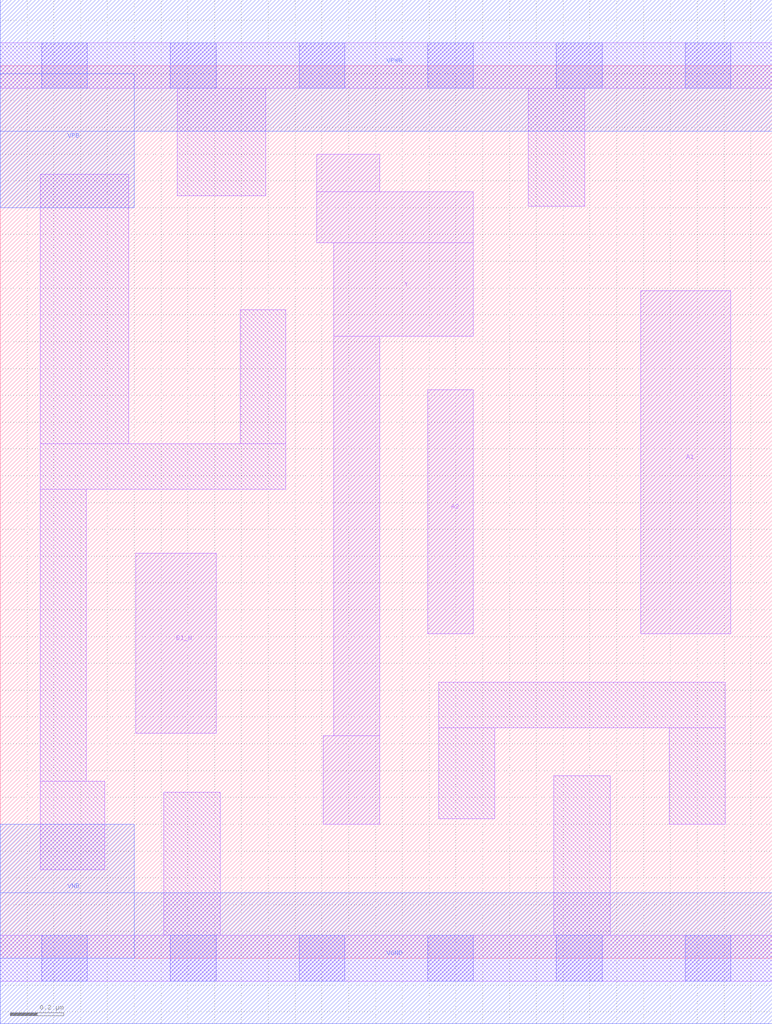
<source format=lef>
# Copyright 2020 The SkyWater PDK Authors
#
# Licensed under the Apache License, Version 2.0 (the "License");
# you may not use this file except in compliance with the License.
# You may obtain a copy of the License at
#
#     https://www.apache.org/licenses/LICENSE-2.0
#
# Unless required by applicable law or agreed to in writing, software
# distributed under the License is distributed on an "AS IS" BASIS,
# WITHOUT WARRANTIES OR CONDITIONS OF ANY KIND, either express or implied.
# See the License for the specific language governing permissions and
# limitations under the License.
#
# SPDX-License-Identifier: Apache-2.0

VERSION 5.5 ;
NAMESCASESENSITIVE ON ;
BUSBITCHARS "[]" ;
DIVIDERCHAR "/" ;
MACRO sky130_fd_sc_lp__o21bai_m
  CLASS CORE ;
  SOURCE USER ;
  ORIGIN  0.000000  0.000000 ;
  SIZE  2.880000 BY  3.330000 ;
  SYMMETRY X Y R90 ;
  SITE unit ;
  PIN A1
    ANTENNAGATEAREA  0.126000 ;
    DIRECTION INPUT ;
    USE SIGNAL ;
    PORT
      LAYER li1 ;
        RECT 2.390000 1.210000 2.725000 2.490000 ;
    END
  END A1
  PIN A2
    ANTENNAGATEAREA  0.126000 ;
    DIRECTION INPUT ;
    USE SIGNAL ;
    PORT
      LAYER li1 ;
        RECT 1.595000 1.210000 1.765000 2.120000 ;
    END
  END A2
  PIN B1_N
    ANTENNAGATEAREA  0.126000 ;
    DIRECTION INPUT ;
    USE SIGNAL ;
    PORT
      LAYER li1 ;
        RECT 0.505000 0.840000 0.805000 1.510000 ;
    END
  END B1_N
  PIN Y
    ANTENNADIFFAREA  0.228900 ;
    DIRECTION OUTPUT ;
    USE SIGNAL ;
    PORT
      LAYER li1 ;
        RECT 1.180000 2.670000 1.765000 2.860000 ;
        RECT 1.180000 2.860000 1.415000 3.000000 ;
        RECT 1.205000 0.500000 1.415000 0.830000 ;
        RECT 1.245000 0.830000 1.415000 2.320000 ;
        RECT 1.245000 2.320000 1.765000 2.670000 ;
    END
  END Y
  PIN VGND
    DIRECTION INOUT ;
    USE GROUND ;
    PORT
      LAYER met1 ;
        RECT 0.000000 -0.245000 2.880000 0.245000 ;
    END
  END VGND
  PIN VNB
    DIRECTION INOUT ;
    USE GROUND ;
    PORT
      LAYER met1 ;
        RECT 0.000000 0.000000 0.500000 0.500000 ;
    END
  END VNB
  PIN VPB
    DIRECTION INOUT ;
    USE POWER ;
    PORT
      LAYER met1 ;
        RECT 0.000000 2.800000 0.500000 3.300000 ;
    END
  END VPB
  PIN VPWR
    DIRECTION INOUT ;
    USE POWER ;
    PORT
      LAYER met1 ;
        RECT 0.000000 3.085000 2.880000 3.575000 ;
    END
  END VPWR
  OBS
    LAYER li1 ;
      RECT 0.000000 -0.085000 2.880000 0.085000 ;
      RECT 0.000000  3.245000 2.880000 3.415000 ;
      RECT 0.150000  0.330000 0.390000 0.660000 ;
      RECT 0.150000  0.660000 0.320000 1.750000 ;
      RECT 0.150000  1.750000 1.065000 1.920000 ;
      RECT 0.150000  1.920000 0.480000 2.925000 ;
      RECT 0.610000  0.085000 0.820000 0.620000 ;
      RECT 0.660000  2.845000 0.990000 3.245000 ;
      RECT 0.895000  1.920000 1.065000 2.420000 ;
      RECT 1.635000  0.520000 1.845000 0.860000 ;
      RECT 1.635000  0.860000 2.705000 1.030000 ;
      RECT 1.970000  2.805000 2.180000 3.245000 ;
      RECT 2.065000  0.085000 2.275000 0.680000 ;
      RECT 2.495000  0.500000 2.705000 0.860000 ;
    LAYER mcon ;
      RECT 0.155000 -0.085000 0.325000 0.085000 ;
      RECT 0.155000  3.245000 0.325000 3.415000 ;
      RECT 0.635000 -0.085000 0.805000 0.085000 ;
      RECT 0.635000  3.245000 0.805000 3.415000 ;
      RECT 1.115000 -0.085000 1.285000 0.085000 ;
      RECT 1.115000  3.245000 1.285000 3.415000 ;
      RECT 1.595000 -0.085000 1.765000 0.085000 ;
      RECT 1.595000  3.245000 1.765000 3.415000 ;
      RECT 2.075000 -0.085000 2.245000 0.085000 ;
      RECT 2.075000  3.245000 2.245000 3.415000 ;
      RECT 2.555000 -0.085000 2.725000 0.085000 ;
      RECT 2.555000  3.245000 2.725000 3.415000 ;
  END
END sky130_fd_sc_lp__o21bai_m
END LIBRARY

</source>
